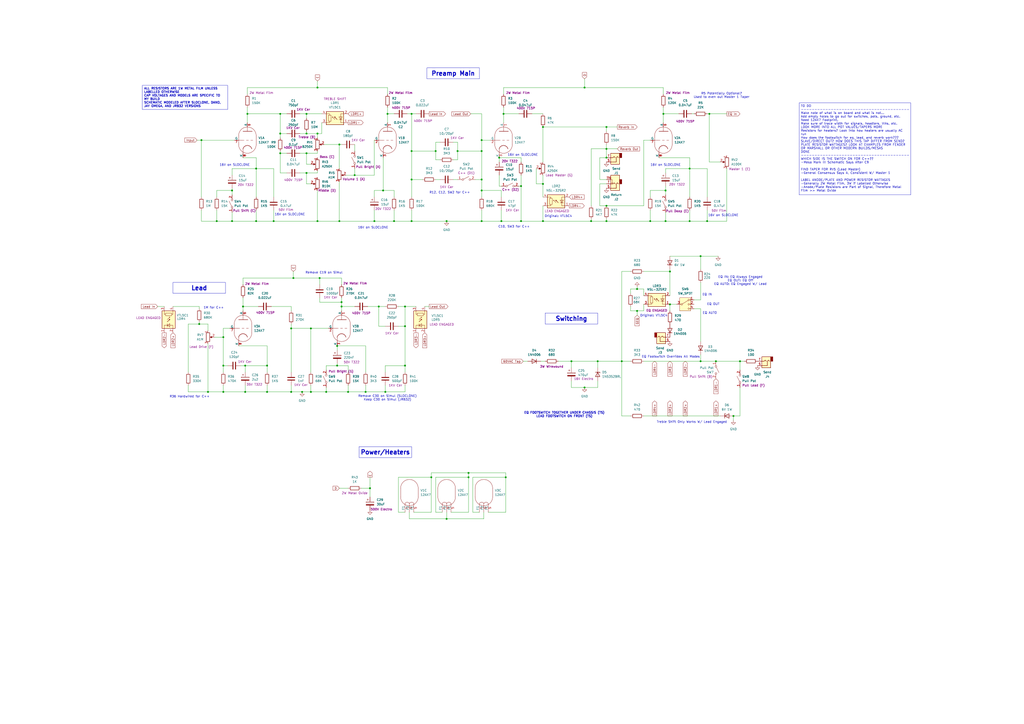
<source format=kicad_sch>
(kicad_sch (version 20250114) (generator "eeschema") (generator_version "9.0")
  (paper "A2")
  (text "Remove C30 on Simul (SLOCLONE)\nKeep C30 on Simul (JRB32)\n" (at 224.79 230.886 0) (effects (font (size 1.27 1.27))))
  (text "EQ OUT" (at 413.766 176.53 0) (effects (font (size 1.27 1.27))))
  (text "16V on SLOCLONE" (at 419.608 124.968 0) (effects (font (size 1.27 1.27))))
  (text "Original: VTL5C4\n" (at 379.222 183.134 0) (effects (font (size 1.27 1.27))))
  (text "EQ AUTO" (at 411.734 181.61 0) (effects (font (size 1.27 1.27))))
  (text "EQ IN: EQ Always Engaged\nEQ OUT: EQ Off\nEQ AUTO: EQ Engaged W/ Lead" (at 429.514 162.814 0) (effects (font (size 1.27 1.27))))
  (text "EQ IN" (at 410.21 170.942 0) (effects (font (size 1.27 1.27))))
  (text "Treble Shift Only Works W/ Lead Engaged" (at 401.32 244.856 0) (effects (font (size 1.27 1.27))))
  (text "Original: VTL5C4\n" (at 323.85 125.476 0) (effects (font (size 1.27 1.27))))
  (text "16V on SLOCLONE" (at 216.408 132.08 0) (effects (font (size 1.27 1.27))))
  (text "EQ FOOTSWITCH TOGETHER UNDER CHASSIS (TS)\nLEAD FOOTSWITCH ON FRONT (TS)" (at 327.406 240.538 0) (effects (font (size 1.27 1.27) (thickness 0.254) (bold yes))))
  (text "R36 Hardwired for C++" (at 109.982 230.124 0) (effects (font (size 1.27 1.27))))
  (text "Remove C19 on Simul" (at 187.96 158.242 0) (effects (font (size 1.27 1.27))))
  (text "1M for C++" (at 123.952 178.562 0) (effects (font (size 1.27 1.27))))
  (text "16V on SLOCLONE" (at 386.08 95.758 0) (effects (font (size 1.27 1.27))))
  (text "16V on SLOCLONE" (at 303.276 89.916 0) (effects (font (size 1.27 1.27))))
  (text "16V on SLOCLONE" (at 136.144 95.758 0) (effects (font (size 1.27 1.27))))
  (text "16V on SLOCLONE" (at 168.148 124.46 0) (effects (font (size 1.27 1.27))))
  (text "R5 Potentially Optional?\nUsed to even out Master 1 Taper" (at 418.592 55.372 0) (effects (font (size 1.27 1.27))))
  (text "C10, SW3 for C++" (at 298.196 131.572 0) (effects (font (size 1.27 1.27))))
  (text "R12, C12, SW2 for C++" (at 260.858 111.76 0) (effects (font (size 1.27 1.27))))
  (text "EQ Footswitch Overrides All Modes" (at 389.128 207.01 0) (effects (font (size 1.27 1.27))))
  (text_box "Power/Heaters\n" (at 208.28 259.08 0) (size 30.48 6.35) (margins 0.9525 0.9525 0.9525 0.9525) (effects (font (size 2.54 2.54) (thickness 0.508) (bold yes))))
  (text_box "Preamp Main\n" (at 247.65 39.37 0) (size 30.48 6.35) (margins 0.9525 0.9525 0.9525 0.9525) (effects (font (size 2.54 2.54) (thickness 0.508) (bold yes))))
  (text_box "Switching" (at 316.23 181.61 0) (size 30.48 6.35) (margins 0.9525 0.9525 0.9525 0.9525) (effects (font (size 2.54 2.54) (thickness 0.508) (bold yes))))
  (text_box "Lead" (at 100.33 163.83 0) (size 30.48 6.35) (margins 0.9525 0.9525 0.9525 0.9525) (effects (font (size 2.54 2.54) (thickness 0.508) (bold yes))))
  (text_box "ALL RESISTORS ARE 1W METAL FILM UNLESS LABELLED OTHERWISE\nCAP VOLTAGES AND MODELS ARE SPECIFIC TO MY BUILD\nSCHEMATIC MODELED AFTER SLOCLONE, DANO, JAY OMEGA, AND JRB32 VERSIONS" (at 82.55 49.53 0) (size 49.53 13.97) (margins 0.9525 0.9525 0.9525 0.9525) (effects (font (size 1.27 1.27) (thickness 0.254) (bold yes)) (justify left top)))
  (text_box "TO DO\n----------------------------------------\nMake note of what is on board and what is not...\nAdd empty holes to go out for switches, pots, ground, etc.\nNeed 12AX7 Footprint.\nMake sure of trace width for signals, headters, VIAs, etc.\nLOOK MORE INTO ALL POT VALUES/TAPERS MORE\nResistors for heaters? Look into how heaters are usually AC run\nHow does the footswitch for eq, lead, and reverb work???\nSLAVE/DIRECT OUT? HOW DOES THIS TAP DIFFER FROM SEND?\nPLATE RESISTOR WATTAGES? LOOK AT EXAMPLES FROM FENDER OR MARSHALL OR OTHER MODERN BUILDS/MESAS\nDONE\n----------------------------------------\nWHICH SIDE IS THE SWITCH ON FOR C++??\n-Mesa Mark III Schematic Says After C9\n\nFIND TAPER FOR RV5 (Lead Master)\n-General Consensus Says A, Consistent W/ Master 1\n\nLABEL ANODE/PLATE AND POWER RESISTOR WATTAGES\n-Generally 2W Metal Film, 3W if Labelled Otherwise\n-Anode/Plate Resistors are Part of Signal, Therefore Metal Film >> Metal Oxide" (at 463.55 59.69 0) (size 64.77 53.34) (margins 0.9525 0.9525 0.9525 0.9525) (effects (font (size 1.27 1.27)) (justify left top)))
  (junction (at 351.79 86.36))
  (junction (at 219.71 177.8))
  (junction (at 429.26 209.55))
  (junction (at 238.76 87.63))
  (junction (at 158.75 128.27))
  (junction (at 198.12 177.8))
  (junction (at 386.08 110.49))
  (junction (at 377.19 128.27))
  (junction (at 201.93 227.33))
  (junction (at 198.12 175.26))
  (junction (at 339.09 224.79))
  (junction (at 351.79 91.44))
  (junction (at 415.29 209.55))
  (junction (at 134.62 128.27))
  (junction (at 425.45 241.3))
  (junction (at 351.79 128.27))
  (junction (at 293.37 276.86))
  (junction (at 234.95 212.09))
  (junction (at 259.08 128.27))
  (junction (at 400.05 128.27))
  (junction (at 271.78 274.32))
  (junction (at 223.52 227.33))
  (junction (at 177.8 100.33))
  (junction (at 170.18 161.29))
  (junction (at 180.34 227.33))
  (junction (at 360.68 209.55))
  (junction (at 314.96 106.68))
  (junction (at 222.25 110.49))
  (junction (at 168.91 190.5))
  (junction (at 177.8 77.47))
  (junction (at 238.76 66.04))
  (junction (at 142.24 227.33))
  (junction (at 279.4 81.28))
  (junction (at 351.79 119.38))
  (junction (at 154.94 212.09))
  (junction (at 369.57 180.34))
  (junction (at 400.05 97.79))
  (junction (at 175.26 227.33))
  (junction (at 125.73 128.27))
  (junction (at 406.4 148.59))
  (junction (at 314.96 73.66))
  (junction (at 142.24 212.09))
  (junction (at 314.96 128.27))
  (junction (at 148.59 97.79))
  (junction (at 224.79 66.04))
  (junction (at 148.59 128.27))
  (junction (at 154.94 227.33))
  (junction (at 406.4 209.55))
  (junction (at 388.62 176.53))
  (junction (at 410.21 128.27))
  (junction (at 134.62 110.49))
  (junction (at 214.63 283.21))
  (junction (at 279.4 87.63))
  (junction (at 346.71 209.55))
  (junction (at 302.26 107.95))
  (junction (at 302.26 128.27))
  (junction (at 196.85 83.82))
  (junction (at 189.23 227.33))
  (junction (at 184.15 128.27))
  (junction (at 234.95 177.8))
  (junction (at 351.79 73.66))
  (junction (at 162.56 77.47))
  (junction (at 369.57 167.64))
  (junction (at 386.08 128.27))
  (junction (at 205.74 101.6))
  (junction (at 212.09 227.33))
  (junction (at 184.15 77.47))
  (junction (at 185.42 161.29))
  (junction (at 120.65 227.33))
  (junction (at 388.62 157.48))
  (junction (at 331.47 209.55))
  (junction (at 195.58 200.66))
  (junction (at 217.17 128.27))
  (junction (at 238.76 104.14))
  (junction (at 384.81 66.04))
  (junction (at 271.78 276.86))
  (junction (at 279.4 128.27))
  (junction (at 292.1 66.04))
  (junction (at 250.19 276.86))
  (junction (at 129.54 195.58))
  (junction (at 279.4 104.14))
  (junction (at 196.85 128.27))
  (junction (at 162.56 66.04))
  (junction (at 162.56 88.9))
  (junction (at 184.15 50.8))
  (junction (at 411.48 66.04))
  (junction (at 339.09 50.8))
  (junction (at 177.8 66.04))
  (junction (at 140.97 177.8))
  (junction (at 177.8 88.9))
  (junction (at 279.4 110.49))
  (junction (at 180.34 190.5))
  (junction (at 115.57 187.96))
  (junction (at 116.84 81.28))
  (junction (at 234.95 189.23))
  (junction (at 252.73 87.63))
  (junction (at 228.6 128.27))
  (junction (at 265.43 87.63))
  (junction (at 289.56 91.44))
  (junction (at 129.54 212.09))
  (junction (at 238.76 128.27))
  (junction (at 290.83 128.27))
  (junction (at 143.51 66.04))
  (junction (at 342.9 128.27))
  (junction (at 195.58 212.09))
  (junction (at 259.08 300.99))
  (junction (at 129.54 227.33))
  (junction (at 168.91 227.33))
  (wire (pts (xy 148.59 97.79) (xy 148.59 114.3)))
  (wire (pts (xy 347.98 106.68) (xy 347.98 119.38)))
  (wire (pts (xy 274.32 276.86) (xy 293.37 276.86)))
  (wire (pts (xy 134.62 110.49) (xy 134.62 113.03)))
  (wire (pts (xy 279.4 128.27) (xy 290.83 128.27)))
  (wire (pts (xy 214.63 276.86) (xy 214.63 283.21)))
  (wire (pts (xy 109.22 187.96) (xy 115.57 187.96)))
  (wire (pts (xy 228.6 121.92) (xy 228.6 128.27)))
  (wire (pts (xy 274.32 297.18) (xy 278.13 297.18)))
  (wire (pts (xy 134.62 109.22) (xy 134.62 110.49)))
  (wire (pts (xy 115.57 177.8) (xy 115.57 179.07)))
  (wire (pts (xy 177.8 77.47) (xy 173.99 77.47)))
  (wire (pts (xy 170.18 161.29) (xy 185.42 161.29)))
  (wire (pts (xy 351.79 86.36) (xy 342.9 86.36)))
  (wire (pts (xy 158.75 128.27) (xy 184.15 128.27)))
  (wire (pts (xy 331.47 213.36) (xy 331.47 209.55)))
  (wire (pts (xy 189.23 214.63) (xy 189.23 212.09)))
  (wire (pts (xy 205.74 101.6) (xy 205.74 97.79)))
  (wire (pts (xy 314.96 128.27) (xy 342.9 128.27)))
  (wire (pts (xy 140.97 172.72) (xy 140.97 177.8)))
  (wire (pts (xy 256.54 297.18) (xy 252.73 297.18)))
  (wire (pts (xy 306.07 209.55) (xy 303.53 209.55)))
  (wire (pts (xy 177.8 100.33) (xy 184.15 100.33)))
  (wire (pts (xy 384.81 50.8) (xy 384.81 54.61)))
  (wire (pts (xy 259.08 300.99) (xy 259.08 297.18)))
  (wire (pts (xy 198.12 175.26) (xy 198.12 177.8)))
  (wire (pts (xy 347.98 104.14) (xy 351.79 104.14)))
  (wire (pts (xy 302.26 107.95) (xy 302.26 128.27)))
  (wire (pts (xy 184.15 100.33) (xy 184.15 99.06)))
  (wire (pts (xy 402.59 66.04) (xy 401.32 66.04)))
  (wire (pts (xy 238.76 104.14) (xy 245.11 104.14)))
  (wire (pts (xy 365.76 157.48) (xy 360.68 157.48)))
  (wire (pts (xy 142.24 223.52) (xy 142.24 227.33)))
  (wire (pts (xy 388.62 148.59) (xy 406.4 148.59)))
  (wire (pts (xy 219.71 189.23) (xy 223.52 189.23)))
  (wire (pts (xy 292.1 54.61) (xy 292.1 50.8)))
  (wire (pts (xy 377.19 114.3) (xy 377.19 110.49)))
  (wire (pts (xy 411.48 66.04) (xy 421.64 66.04)))
  (wire (pts (xy 411.48 66.04) (xy 411.48 93.98)))
  (wire (pts (xy 224.79 50.8) (xy 224.79 54.61)))
  (wire (pts (xy 234.95 177.8) (xy 241.3 177.8)))
  (wire (pts (xy 177.8 66.04) (xy 186.69 66.04)))
  (wire (pts (xy 231.14 276.86) (xy 231.14 297.18)))
  (wire (pts (xy 142.24 227.33) (xy 154.94 227.33)))
  (wire (pts (xy 224.79 62.23) (xy 224.79 66.04)))
  (wire (pts (xy 142.24 212.09) (xy 142.24 215.9)))
  (wire (pts (xy 400.05 121.92) (xy 400.05 128.27)))
  (wire (pts (xy 373.38 81.28) (xy 377.19 81.28)))
  (wire (pts (xy 386.08 97.79) (xy 400.05 97.79)))
  (wire (pts (xy 314.96 73.66) (xy 314.96 93.98)))
  (wire (pts (xy 196.85 83.82) (xy 196.85 97.79)))
  (wire (pts (xy 369.57 166.37) (xy 369.57 167.64)))
  (wire (pts (xy 162.56 77.47) (xy 166.37 77.47)))
  (wire (pts (xy 158.75 128.27) (xy 158.75 121.92)))
  (wire (pts (xy 91.44 177.8) (xy 95.25 177.8)))
  (wire (pts (xy 129.54 212.09) (xy 132.08 212.09)))
  (wire (pts (xy 223.52 223.52) (xy 223.52 227.33)))
  (wire (pts (xy 129.54 227.33) (xy 142.24 227.33)))
  (wire (pts (xy 138.43 200.66) (xy 154.94 200.66)))
  (wire (pts (xy 377.19 110.49) (xy 386.08 110.49)))
  (wire (pts (xy 302.26 91.44) (xy 289.56 91.44)))
  (wire (pts (xy 302.26 93.98) (xy 302.26 91.44)))
  (wire (pts (xy 185.42 161.29) (xy 198.12 161.29)))
  (wire (pts (xy 279.4 121.92) (xy 279.4 128.27)))
  (wire (pts (xy 290.83 110.49) (xy 290.83 114.3)))
  (wire (pts (xy 234.95 212.09) (xy 234.95 215.9)))
  (wire (pts (xy 400.05 97.79) (xy 400.05 114.3)))
  (wire (pts (xy 388.62 176.53) (xy 388.62 180.34)))
  (wire (pts (xy 346.71 224.79) (xy 346.71 220.98)))
  (wire (pts (xy 173.99 88.9) (xy 177.8 88.9)))
  (wire (pts (xy 237.49 297.18) (xy 237.49 300.99)))
  (wire (pts (xy 373.38 241.3) (xy 417.83 241.3)))
  (wire (pts (xy 360.68 157.48) (xy 360.68 209.55)))
  (wire (pts (xy 252.73 82.55) (xy 252.73 87.63)))
  (wire (pts (xy 184.15 50.8) (xy 224.79 50.8)))
  (wire (pts (xy 238.76 128.27) (xy 259.08 128.27)))
  (wire (pts (xy 290.83 128.27) (xy 290.83 121.92)))
  (wire (pts (xy 351.79 91.44) (xy 347.98 91.44)))
  (wire (pts (xy 180.34 227.33) (xy 189.23 227.33)))
  (wire (pts (xy 170.18 157.48) (xy 170.18 161.29)))
  (wire (pts (xy 339.09 224.79) (xy 346.71 224.79)))
  (wire (pts (xy 234.95 177.8) (xy 234.95 189.23)))
  (wire (pts (xy 386.08 128.27) (xy 377.19 128.27)))
  (wire (pts (xy 177.8 76.2) (xy 177.8 77.47)))
  (wire (pts (xy 369.57 180.34) (xy 369.57 182.88)))
  (wire (pts (xy 429.26 241.3) (xy 425.45 241.3)))
  (wire (pts (xy 373.38 157.48) (xy 388.62 157.48)))
  (wire (pts (xy 129.54 195.58) (xy 129.54 190.5)))
  (wire (pts (xy 223.52 215.9) (xy 223.52 212.09)))
  (wire (pts (xy 213.36 177.8) (xy 219.71 177.8)))
  (wire (pts (xy 369.57 180.34) (xy 365.76 180.34)))
  (wire (pts (xy 200.66 101.6) (xy 205.74 101.6)))
  (wire (pts (xy 339.09 45.72) (xy 339.09 50.8)))
  (wire (pts (xy 129.54 223.52) (xy 129.54 227.33)))
  (wire (pts (xy 417.83 93.98) (xy 411.48 93.98)))
  (wire (pts (xy 425.45 243.84) (xy 425.45 241.3)))
  (wire (pts (xy 265.43 87.63) (xy 265.43 92.71)))
  (wire (pts (xy 100.33 177.8) (xy 115.57 177.8)))
  (wire (pts (xy 289.56 91.44) (xy 289.56 93.98)))
  (wire (pts (xy 388.62 156.21) (xy 388.62 157.48)))
  (wire (pts (xy 429.26 224.79) (xy 429.26 241.3)))
  (wire (pts (xy 346.71 213.36) (xy 346.71 209.55)))
  (wire (pts (xy 120.65 227.33) (xy 129.54 227.33)))
  (wire (pts (xy 240.03 297.18) (xy 250.19 297.18)))
  (wire (pts (xy 416.56 148.59) (xy 406.4 148.59)))
  (wire (pts (xy 410.21 121.92) (xy 410.21 128.27)))
  (wire (pts (xy 271.78 274.32) (xy 271.78 276.86)))
  (wire (pts (xy 373.38 81.28) (xy 373.38 119.38)))
  (wire (pts (xy 175.26 227.33) (xy 168.91 227.33)))
  (wire (pts (xy 189.23 227.33) (xy 201.93 227.33)))
  (wire (pts (xy 406.4 163.83) (xy 406.4 173.99)))
  (wire (pts (xy 114.3 81.28) (xy 116.84 81.28)))
  (wire (pts (xy 115.57 187.96) (xy 115.57 186.69)))
  (wire (pts (xy 180.34 223.52) (xy 180.34 227.33)))
  (wire (pts (xy 273.05 66.04) (xy 279.4 66.04)))
  (wire (pts (xy 180.34 227.33) (xy 175.26 227.33)))
  (wire (pts (xy 177.8 95.25) (xy 180.34 95.25)))
  (wire (pts (xy 223.52 212.09) (xy 234.95 212.09)))
  (wire (pts (xy 279.4 110.49) (xy 290.83 110.49)))
  (wire (pts (xy 162.56 77.47) (xy 162.56 80.01)))
  (wire (pts (xy 377.19 121.92) (xy 377.19 128.27)))
  (wire (pts (xy 198.12 172.72) (xy 198.12 175.26)))
  (wire (pts (xy 231.14 189.23) (xy 234.95 189.23)))
  (wire (pts (xy 120.65 187.96) (xy 120.65 191.77)))
  (wire (pts (xy 177.8 106.68) (xy 180.34 106.68)))
  (wire (pts (xy 410.21 97.79) (xy 410.21 114.3)))
  (wire (pts (xy 400.05 128.27) (xy 410.21 128.27)))
  (wire (pts (xy 279.4 104.14) (xy 279.4 110.49)))
  (wire (pts (xy 360.68 209.55) (xy 360.68 241.3)))
  (wire (pts (xy 386.08 123.19) (xy 386.08 128.27)))
  (wire (pts (xy 406.4 179.07) (xy 406.4 198.12)))
  (wire (pts (xy 234.95 223.52) (xy 234.95 227.33)))
  (wire (pts (xy 180.34 190.5) (xy 180.34 215.9)))
  (wire (pts (xy 219.71 177.8) (xy 223.52 177.8)))
  (wire (pts (xy 143.51 54.61) (xy 143.51 50.8)))
  (wire (pts (xy 351.79 83.82) (xy 351.79 86.36)))
  (wire (pts (xy 360.68 209.55) (xy 365.76 209.55)))
  (wire (pts (xy 308.61 66.04) (xy 314.96 66.04)))
  (wire (pts (xy 365.76 177.8) (xy 365.76 180.34)))
  (wire (pts (xy 289.56 101.6) (xy 289.56 107.95)))
  (wire (pts (xy 275.59 104.14) (xy 279.4 104.14)))
  (wire (pts (xy 238.76 87.63) (xy 238.76 104.14)))
  (wire (pts (xy 189.23 227.33) (xy 189.23 224.79)))
  (wire (pts (xy 168.91 223.52) (xy 168.91 227.33)))
  (wire (pts (xy 351.79 119.38) (xy 373.38 119.38)))
  (wire (pts (xy 346.71 209.55) (xy 360.68 209.55)))
  (wire (pts (xy 201.93 212.09) (xy 201.93 215.9)))
  (wire (pts (xy 134.62 123.19) (xy 134.62 128.27)))
  (wire (pts (xy 373.38 176.53) (xy 373.38 180.34)))
  (wire (pts (xy 373.38 180.34) (xy 369.57 180.34)))
  (wire (pts (xy 162.56 88.9) (xy 162.56 100.33)))
  (wire (pts (xy 177.8 88.9) (xy 184.15 88.9)))
  (wire (pts (xy 347.98 91.44) (xy 347.98 104.14)))
  (wire (pts (xy 134.62 97.79) (xy 134.62 101.6)))
  (wire (pts (xy 314.96 106.68) (xy 314.96 114.3)))
  (wire (pts (xy 252.73 297.18) (xy 252.73 276.86)))
  (wire (pts (xy 252.73 92.71) (xy 255.27 92.71)))
  (wire (pts (xy 331.47 209.55) (xy 346.71 209.55)))
  (wire (pts (xy 217.17 101.6) (xy 217.17 81.28)))
  (wire (pts (xy 125.73 121.92) (xy 125.73 128.27)))
  (wire (pts (xy 406.4 173.99) (xy 402.59 173.99)))
  (wire (pts (xy 120.65 199.39) (xy 120.65 227.33)))
  (wire (pts (xy 154.94 212.09) (xy 154.94 215.9)))
  (wire (pts (xy 185.42 172.72) (xy 185.42 175.26)))
  (wire (pts (xy 237.49 300.99) (xy 259.08 300.99)))
  (wire (pts (xy 148.59 121.92) (xy 148.59 128.27)))
  (wire (pts (xy 373.38 167.64) (xy 369.57 167.64)))
  (wire (pts (xy 205.74 101.6) (xy 217.17 101.6)))
  (wire (pts (xy 369.57 167.64) (xy 365.76 167.64)))
  (wire (pts (xy 154.94 200.66) (xy 154.94 212.09)))
  (wire (pts (xy 212.09 227.33) (xy 201.93 227.33)))
  (wire (pts (xy 124.46 195.58) (xy 129.54 195.58)))
  (wire (pts (xy 274.32 297.18) (xy 274.32 276.86)))
  (wire (pts (xy 116.84 121.92) (xy 116.84 128.27)))
  (wire (pts (xy 168.91 187.96) (xy 168.91 190.5)))
  (wire (pts (xy 429.26 209.55) (xy 429.26 214.63)))
  (wire (pts (xy 292.1 66.04) (xy 292.1 71.12)))
  (wire (pts (xy 265.43 92.71) (xy 262.89 92.71)))
  (wire (pts (xy 360.68 241.3) (xy 365.76 241.3)))
  (wire (pts (xy 314.96 128.27) (xy 302.26 128.27)))
  (wire (pts (xy 234.95 189.23) (xy 234.95 212.09)))
  (wire (pts (xy 265.43 82.55) (xy 265.43 87.63)))
  (wire (pts (xy 217.17 121.92) (xy 217.17 128.27)))
  (wire (pts (xy 142.24 212.09) (xy 154.94 212.09)))
  (wire (pts (xy 377.19 128.27) (xy 351.79 128.27)))
  (wire (pts (xy 173.99 100.33) (xy 177.8 100.33)))
  (wire (pts (xy 116.84 128.27) (xy 125.73 128.27)))
  (wire (pts (xy 373.38 167.64) (xy 373.38 171.45)))
  (wire (pts (xy 271.78 276.86) (xy 271.78 297.18)))
  (wire (pts (xy 134.62 110.49) (xy 125.73 110.49)))
  (wire (pts (xy 252.73 87.63) (xy 252.73 92.71)))
  (wire (pts (xy 180.34 190.5) (xy 190.5 190.5)))
  (wire (pts (xy 271.78 274.32) (xy 293.37 274.32)))
  (wire (pts (xy 212.09 200.66) (xy 212.09 215.9)))
  (wire (pts (xy 431.8 209.55) (xy 429.26 209.55)))
  (wire (pts (xy 347.98 119.38) (xy 351.79 119.38)))
  (wire (pts (xy 234.95 227.33) (xy 223.52 227.33)))
  (wire (pts (xy 184.15 110.49) (xy 184.15 128.27)))
  (wire (pts (xy 255.27 82.55) (xy 252.73 82.55)))
  (wire (pts (xy 168.91 190.5) (xy 180.34 190.5)))
  (wire (pts (xy 166.37 66.04) (xy 162.56 66.04)))
  (wire (pts (xy 189.23 212.09) (xy 195.58 212.09)))
  (wire (pts (xy 373.38 209.55) (xy 406.4 209.55)))
  (wire (pts (xy 222.25 110.49) (xy 228.6 110.49)))
  (wire (pts (xy 311.15 97.79) (xy 311.15 106.68)))
  (wire (pts (xy 388.62 157.48) (xy 388.62 171.45)))
  (wire (pts (xy 148.59 97.79) (xy 158.75 97.79)))
  (wire (pts (xy 406.4 156.21) (xy 406.4 148.59)))
  (wire (pts (xy 228.6 128.27) (xy 238.76 128.27)))
  (wire (pts (xy 223.52 227.33) (xy 212.09 227.33)))
  (wire (pts (xy 241.3 66.04) (xy 238.76 66.04)))
  (wire (pts (xy 384.81 66.04) (xy 393.7 66.04)))
  (wire (pts (xy 129.54 212.09) (xy 129.54 215.9)))
  (wire (pts (xy 302.26 101.6) (xy 302.26 107.95)))
  (wire (pts (xy 162.56 66.04) (xy 162.56 77.47)))
  (wire (pts (xy 300.99 107.95) (xy 302.26 107.95)))
  (wire (pts (xy 250.19 276.86) (xy 250.19 274.32)))
  (wire (pts (xy 196.85 283.21) (xy 201.93 283.21)))
  (wire (pts (xy 196.85 105.41) (xy 196.85 128.27)))
  (wire (pts (xy 129.54 190.5) (xy 133.35 190.5)))
  (wire (pts (xy 134.62 128.27) (xy 148.59 128.27)))
  (wire (pts (xy 250.19 276.86) (xy 231.14 276.86)))
  (wire (pts (xy 185.42 161.29) (xy 185.42 165.1)))
  (wire (pts (xy 384.81 66.04) (xy 384.81 71.12)))
  (wire (pts (xy 109.22 223.52) (xy 109.22 227.33)))
  (wire (pts (xy 125.73 110.49) (xy 125.73 114.3)))
  (wire (pts (xy 342.9 128.27) (xy 351.79 128.27)))
  (wire (pts (xy 148.59 128.27) (xy 158.75 128.27)))
  (wire (pts (xy 406.4 209.55) (xy 415.29 209.55)))
  (wire (pts (xy 201.93 227.33) (xy 201.93 223.52)))
  (wire (pts (xy 392.43 176.53) (xy 388.62 176.53)))
  (wire (pts (xy 386.08 100.33) (xy 386.08 97.79)))
  (wire (pts (xy 279.4 81.28) (xy 284.48 81.28)))
  (wire (pts (xy 109.22 215.9) (xy 109.22 187.96)))
  (wire (pts (xy 224.79 66.04) (xy 228.6 66.04)))
  (wire (pts (xy 280.67 297.18) (xy 280.67 300.99)))
  (wire (pts (xy 314.96 119.38) (xy 314.96 128.27)))
  (wire (pts (xy 410.21 128.27) (xy 421.64 128.27)))
  (wire (pts (xy 115.57 187.96) (xy 120.65 187.96)))
  (wire (pts (xy 198.12 161.29) (xy 198.12 165.1)))
  (wire (pts (xy 168.91 227.33) (xy 154.94 227.33)))
  (wire (pts (xy 116.84 81.28) (xy 116.84 114.3)))
  (wire (pts (xy 224.79 66.04) (xy 224.79 71.12)))
  (wire (pts (xy 236.22 66.04) (xy 238.76 66.04)))
  (wire (pts (xy 331.47 220.98) (xy 331.47 224.79)))
  (wire (pts (xy 255.27 104.14) (xy 252.73 104.14)))
  (wire (pts (xy 140.97 177.8) (xy 140.97 180.34)))
  (wire (pts (xy 292.1 62.23) (xy 292.1 66.04)))
  (wire (pts (xy 162.56 100.33) (xy 166.37 100.33)))
  (wire (pts (xy 173.99 66.04) (xy 177.8 66.04)))
  (wire (pts (xy 351.79 86.36) (xy 358.14 86.36)))
  (wire (pts (xy 351.79 86.36) (xy 351.79 91.44)))
  (wire (pts (xy 177.8 77.47) (xy 184.15 77.47)))
  (wire (pts (xy 271.78 297.18) (xy 261.62 297.18)))
  (wire (pts (xy 198.12 83.82) (xy 196.85 83.82)))
  (wire (pts (xy 238.76 66.04) (xy 238.76 87.63)))
  (wire (pts (xy 421.64 97.79) (xy 421.64 128.27)))
  (wire (pts (xy 351.79 106.68) (xy 347.98 106.68)))
  (wire (pts (xy 342.9 86.36) (xy 342.9 119.38)))
  (wire (pts (xy 415.29 209.55) (xy 429.26 209.55)))
  (wire (pts (xy 217.17 114.3) (xy 217.17 110.49)))
  (wire (pts (xy 116.84 81.28) (xy 135.89 81.28)))
  (wire (pts (xy 259.08 300.99) (xy 280.67 300.99)))
  (wire (pts (xy 148.59 91.44) (xy 148.59 97.79)))
  (wire (pts (xy 195.58 212.09) (xy 201.93 212.09)))
  (wire (pts (xy 195.58 200.66) (xy 212.09 200.66)))
  (wire (pts (xy 238.76 121.92) (xy 238.76 128.27)))
  (wire (pts (xy 222.25 91.44) (xy 222.25 110.49)))
  (wire (pts (xy 311.15 106.68) (xy 314.96 106.68)))
  (wire (pts (xy 316.23 209.55) (xy 313.69 209.55)))
  (wire (pts (xy 198.12 177.8) (xy 198.12 180.34)))
  (wire (pts (xy 292.1 50.8) (xy 339.09 50.8)))
  (wire (pts (xy 168.91 190.5) (xy 168.91 215.9)))
  (wire (pts (xy 283.21 297.18) (xy 293.37 297.18)))
  (wire (pts (xy 143.51 66.04) (xy 143.51 71.12)))
  (wire (pts (xy 134.62 97.79) (xy 148.59 97.79)))
  (wire (pts (xy 293.37 274.32) (xy 293.37 276.86)))
  (wire (pts (xy 139.7 212.09) (xy 142.24 212.09)))
  (wire (pts (xy 168.91 177.8) (xy 157.48 177.8)))
  (wire (pts (xy 140.97 161.29) (xy 140.97 165.1)))
  (wire (pts (xy 402.59 179.07) (xy 406.4 179.07)))
  (wire (pts (xy 209.55 283.21) (xy 214.63 283.21)))
  (wire (pts (xy 140.97 161.29) (xy 170.18 161.29)))
  (wire (pts (xy 252.73 276.86) (xy 271.78 276.86)))
  (wire (pts (xy 228.6 110.49) (xy 228.6 114.3)))
  (wire (pts (xy 186.69 77.47) (xy 186.69 71.12)))
  (wire (pts (xy 279.4 110.49) (xy 279.4 114.3)))
  (wire (pts (xy 184.15 77.47) (xy 186.69 77.47)))
  (wire (pts (xy 400.05 91.44) (xy 400.05 97.79)))
  (wire (pts (xy 184.15 128.27) (xy 196.85 128.27)))
  (wire (pts (xy 195.58 200.66) (xy 195.58 203.2)))
  (wire (pts (xy 205.74 83.82) (xy 205.74 87.63)))
  (wire (pts (xy 154.94 227.33) (xy 154.94 223.52)))
  (wire (pts (xy 331.47 224.79) (xy 339.09 224.79)))
  (wire (pts (xy 323.85 209.55) (xy 331.47 209.55)))
  (wire (pts (xy 187.96 83.82) (xy 196.85 83.82)))
  (wire (pts (xy 386.08 128.27) (xy 400.05 128.27)))
  (wire (pts (xy 351.79 73.66) (xy 314.96 73.66)))
  (wire (pts (xy 177.8 88.9) (xy 177.8 95.25)))
  (wire (pts (xy 289.56 107.95) (xy 290.83 107.95)))
  (wire (pts (xy 262.89 82.55) (xy 265.43 82.55)))
  (wire (pts (xy 290.83 128.27) (xy 302.26 128.27)))
  (wire (pts (xy 143.51 66.04) (xy 162.56 66.04)))
  (wire (pts (xy 168.91 180.34) (xy 168.91 177.8)))
  (wire (pts (xy 265.43 104.14) (xy 262.89 104.14)))
  (wire (pts (xy 231.14 297.18) (xy 234.95 297.18)))
  (wire (pts (xy 279.4 87.63) (xy 265.43 87.63)))
  (wire (pts (xy 351.79 127) (xy 351.79 128.27)))
  (wire (pts (xy 109.22 227.33) (xy 120.65 227.33)))
  (wire (pts (xy 177.8 66.04) (xy 177.8 68.58)))
  (wire (pts (xy 351.79 76.2) (xy 351.79 73.66)))
  (wire (pts (xy 238.76 104.14) (xy 238.76 114.3)))
  (wire (pts (xy 411.48 66.04) (xy 410.21 66.04)))
  (wire (pts (xy 339.09 50.8) (xy 384.81 50.8)))
  (wire (pts (xy 143.51 62.23) (xy 143.51 66.04)))
  (wire (pts (xy 214.63 283.21) (xy 214.63 288.29)))
  (wire (pts (xy 184.15 88.9) (xy 184.15 87.63)))
  (wire (pts (xy 386.08 107.95) (xy 386.08 110.49)))
  (wire (pts (xy 198.12 177.8) (xy 205.74 177.8)))
  (wire (pts (xy 384.81 62.23) (xy 384.81 66.04)))
  (wire (pts (xy 293.37 276.86) (xy 293.37 297.18)))
  (wire (pts (xy 217.17 128.27) (xy 228.6 128.27)))
  (wire (pts (xy 279.4 81.28) (xy 279.4 87.63)))
  (wire (pts (xy 184.15 77.47) (xy 184.15 80.01)))
  (wire (pts (xy 314.96 101.6) (xy 314.96 106.68)))
  (wire (pts (xy 382.27 91.44) (xy 400.05 91.44)))
  (wire (pts (xy 365.76 167.64) (xy 365.76 170.18)))
  (wire (pts (xy 162.56 87.63) (xy 162.56 88.9)))
  (wire (pts (xy 143.51 50.8) (xy 184.15 50.8)))
  (wire (pts (xy 250.19 297.18) (xy 250.19 276.86)))
  (wire (pts (xy 219.71 189.23) (xy 219.71 177.8)))
  (wire (pts (xy 140.97 91.44) (xy 148.59 91.44)))
  (wire (pts (xy 279.4 66.04) (xy 279.4 81.28)))
  (wire (pts (xy 149.86 177.8) (xy 140.97 177.8)))
  (wire (pts (xy 185.42 175.26) (xy 198.12 175.26)))
  (wire (pts (xy 246.38 177.8) (xy 248.92 177.8)))
  (wire (pts (xy 162.56 88.9) (xy 166.37 88.9)))
  (wire (pts (xy 184.15 46.99) (xy 184.15 50.8)))
  (wire (pts (xy 342.9 127) (xy 342.9 128.27)))
  (wire (pts (xy 351.79 73.66) (xy 358.14 73.66)))
  (wire (pts (xy 195.58 212.09) (xy 195.58 210.82)))
  (wire (pts (xy 386.08 110.49) (xy 386.08 113.03)))
  (wire (pts (xy 158.75 97.79) (xy 158.75 114.3)))
  (wire (pts (xy 177.8 100.33) (xy 177.8 106.68)))
  (wire (pts (xy 212.09 223.52) (xy 212.09 227.33)))
  (wire (pts (xy 231.14 177.8) (xy 234.95 177.8)))
  (wire (pts (xy 259.08 128.27) (xy 279.4 128.27)))
  (wire (pts (xy 238.76 87.63) (xy 252.73 87.63)))
  (wire (pts (xy 292.1 66.04) (xy 300.99 66.04)))
  (wire (pts (xy 279.4 87.63) (xy 279.4 104.14)))
  (wire (pts (xy 400.05 97.79) (xy 410.21 97.79)))
  (wire (pts (xy 125.73 128.27) (xy 134.62 128.27)))
  (wire (pts (xy 406.4 205.74) (xy 406.4 209.55)))
  (wire (pts (xy 196.85 128.27) (xy 217.17 128.27)))
  (wire (pts (xy 250.19 274.32) (xy 271.78 274.32)))
  (wire (pts (xy 129.54 195.58) (xy 129.54 212.09)))
  (wire (pts (xy 217.17 110.49) (xy 222.25 110.49)))
  (global_label "LDR3-" (shape output) (at 241.3 193.04 270) (property "Intersheetrefs" "${INTERSHEET_REFS}" (effects (hide yes))))
  (global_label "EQ In" (shape output) (at 421.64 66.04 0) (property "Intersheetrefs" "${INTERSHEET_REFS}" (effects (hide yes))))
  (global_label "LDR1-" (shape output) (at 201.93 71.12 0) (property "Intersheetrefs" "${INTERSHEET_REFS}" (effects (hide yes))))
  (global_label "GEQ" (shape input) (at 369.57 182.88 270) (property "Intersheetrefs" "${INTERSHEET_REFS}" (effects (hide yes))))
  (global_label "LDR1+" (shape output) (at 415.29 241.3 90) (property "Intersheetrefs" "${INTERSHEET_REFS}" (effects (hide yes))))
  (global_label "Lead Out" (shape output) (at 248.92 177.8 0) (property "Intersheetrefs" "${INTERSHEET_REFS}" (effects (hide yes))))
  (global_label "D" (shape input) (at 196.85 283.21 180) (property "Intersheetrefs" "${INTERSHEET_REFS}" (effects (hide yes))))
  (global_label "Lead In" (shape output) (at 248.92 66.04 0) (property "Intersheetrefs" "${INTERSHEET_REFS}" (effects (hide yes))))
  (global_label "Lead In" (shape input) (at 91.44 177.8 180) (property "Intersheetrefs" "${INTERSHEET_REFS}" (effects (hide yes))))
  (global_label "E" (shape input) (at 170.18 157.48 90) (property "Intersheetrefs" "${INTERSHEET_REFS}" (effects (hide yes))))
  (global_label "LDR4+" (shape output) (at 379.73 241.3 90) (property "Intersheetrefs" "${INTERSHEET_REFS}" (effects (hide yes))))
  (global_label "LDR1-" (shape input) (at 415.29 219.71 270) (property "Intersheetrefs" "${INTERSHEET_REFS}" (effects (hide yes))))
  (global_label "LDR3-" (shape input) (at 388.62 209.55 270) (property "Intersheetrefs" "${INTERSHEET_REFS}" (effects (hide yes))))
  (global_label "E" (shape input) (at 184.15 46.99 90) (property "Intersheetrefs" "${INTERSHEET_REFS}" (effects (hide yes))))
  (global_label "LDR3+" (shape input) (at 246.38 193.04 270) (property "Intersheetrefs" "${INTERSHEET_REFS}" (effects (hide yes))))
  (global_label "LDR2-" (shape output) (at 95.25 193.04 270) (property "Intersheetrefs" "${INTERSHEET_REFS}" (effects (hide yes))))
  (global_label "60VAC Tap" (shape input) (at 303.53 209.55 180) (property "Intersheetrefs" "${INTERSHEET_REFS}" (effects (hide yes))))
  (global_label "E" (shape output) (at 214.63 276.86 90) (property "Intersheetrefs" "${INTERSHEET_REFS}" (effects (hide yes))))
  (global_label "LDR2+" (shape input) (at 100.33 193.04 270) (property "Intersheetrefs" "${INTERSHEET_REFS}" (effects (hide yes))))
  (global_label "Reverb Out" (shape input) (at 358.14 86.36 0) (property "Intersheetrefs" "${INTERSHEET_REFS}" (effects (hide yes))))
  (global_label "LDR4-" (shape output) (at 330.2 119.38 0) (property "Intersheetrefs" "${INTERSHEET_REFS}" (effects (hide yes))))
  (global_label "LDR2-" (shape input) (at 397.51 209.55 270) (property "Intersheetrefs" "${INTERSHEET_REFS}" (effects (hide yes))))
  (global_label "LDR3+" (shape output) (at 388.62 241.3 90) (property "Intersheetrefs" "${INTERSHEET_REFS}" (effects (hide yes))))
  (global_label "D" (shape input) (at 339.09 45.72 90) (property "Intersheetrefs" "${INTERSHEET_REFS}" (effects (hide yes))))
  (global_label "LDR4+" (shape input) (at 330.2 114.3 0) (property "Intersheetrefs" "${INTERSHEET_REFS}" (effects (hide yes))))
  (global_label "Lead Out" (shape input) (at 273.05 66.04 180) (property "Intersheetrefs" "${INTERSHEET_REFS}" (effects (hide yes))))
  (global_label "Reverb In" (shape output) (at 358.14 73.66 0) (property "Intersheetrefs" "${INTERSHEET_REFS}" (effects (hide yes))))
  (global_label "LDR4-" (shape input) (at 379.73 209.55 270) (property "Intersheetrefs" "${INTERSHEET_REFS}" (effects (hide yes))))
  (global_label "LDR2+" (shape output) (at 397.51 241.3 90) (property "Intersheetrefs" "${INTERSHEET_REFS}" (effects (hide yes))))
  (global_label "LDR1+" (shape input) (at 201.93 66.04 0) (property "Intersheetrefs" "${INTERSHEET_REFS}" (effects (hide yes))))
  (global_label "Input" (shape input) (at 114.3 81.28 180) (property "Intersheetrefs" "${INTERSHEET_REFS}" (effects (hide yes))))
  (symbol (lib_id "Connector_Audio:AudioJack2") (at 444.5 209.55 180) (unit 1)
    (property "Reference" "J4" (at 445.135 218.44 0))
    (property "Value" "Send" (at 445.135 215.9 0))
    (property "Description" "Audio Jack, 2 Poles (Mono / TS)" (effects (hide yes)))
  )
  (symbol (lib_id "Device:R") (at 234.95 219.71 0) (unit 1)
    (property "Reference" "R41" (at 237.49 218.4399 0) (effects (justify left)))
    (property "Value" "100K" (at 237.49 220.9799 0) (effects (justify left)))
    (property "Description" "Resistor" (effects (hide yes)))
  )
  (symbol (lib_id "Valve:ECC83") (at 259.08 285.75 0) (unit 3)
    (property "Reference" "V2" (at 265.43 284.4799 0) (effects (justify left)))
    (property "Value" "12AX7" (at 265.43 287.0199 0) (effects (justify left)))
    (property "Footprint" "Valve:Valve_Noval_P" (effects (hide yes)))
    (property "Datasheet" "http://www.r-type.org/pdfs/ecc83.pdf" (effects (hide yes)))
    (property "Description" "double triode" (effects (hide yes)))
  )
  (symbol (lib_id "Device:R") (at 248.92 104.14 90) (unit 1)
    (property "Reference" "R12" (at 248.92 97.79 90))
    (property "Value" "3M3" (at 248.92 100.33 90))
    (property "Description" "Resistor" (effects (hide yes)))
  )
  (symbol (lib_id "Isolator:VTL5C") (at 243.84 185.42 90) (unit 1)
    (property "Reference" "LDR5" (at 252.73 185.42 90))
    (property "Value" "VTL5C1" (at 253.746 183.134 90))
    (property "Footprint" "OptoDevice:PerkinElmer_VTL5C" (effects (hide yes)))
    (property "Datasheet" "http://www.qsl.net/wa1ion/vactrol/vactrol.pdf" (effects (hide yes)))
    (property "Description" "Low Cost Axial Vactrols" (effects (hide yes)))
    (property "Notes" "LEAD ENGAGED" (at 256.286 188.214 90))
  )
  (symbol (lib_id "power:GND") (at 214.63 295.91 0) (unit 1)
    (property "Reference" "#PWR011" (effects (hide yes)))
    (property "Value" "GND" (at 214.63 300.99 0))
    (property "Description" "Power symbol creates a global label with name \"GND\" , ground" (effects (hide yes)))
  )
  (symbol (lib_id "Valve:ECC83") (at 140.97 190.5 0) (unit 1)
    (property "Reference" "V3" (at 147.32 189.2299 0) (effects (justify left)))
    (property "Value" "12AX7" (at 147.32 191.7699 0) (effects (justify left)))
    (property "Footprint" "Valve:Valve_Noval_P" (effects (hide yes)))
    (property "Datasheet" "http://www.r-type.org/pdfs/ecc83.pdf" (effects (hide yes)))
    (property "Description" "double triode" (effects (hide yes)))
  )
  (symbol (lib_id "Device:R") (at 180.34 219.71 0) (unit 1)
    (property "Reference" "R38" (at 182.88 218.4399 0) (effects (justify left)))
    (property "Value" "68K" (at 182.88 220.9799 0) (effects (justify left)))
    (property "Description" "Resistor" (effects (hide yes)))
  )
  (symbol (lib_id "Device:R") (at 198.12 168.91 0) (unit 1)
    (property "Reference" "R26" (at 200.66 167.6399 0) (effects (justify left)))
    (property "Value" "270K" (at 200.66 170.1799 0) (effects (justify left)))
    (property "Description" "Resistor" (effects (hide yes)))
    (property "Notes" "2W Metal Film" (at 205.994 164.338 0))
  )
  (symbol (lib_id "Device:D_Zener") (at 346.71 217.17 270) (unit 1)
    (property "Reference" "D5" (at 349.25 215.8999 90) (effects (justify left)))
    (property "Value" "1N5352BRL" (at 349.25 218.4399 90) (effects (justify left)))
    (property "Description" "Zener diode" (effects (hide yes)))
  )
  (symbol (lib_id "Device:R") (at 201.93 219.71 0) (unit 1)
    (property "Reference" "R39" (at 204.47 218.4399 0) (effects (justify left)))
    (property "Value" "15K" (at 204.47 220.9799 0) (effects (justify left)))
    (property "Description" "Resistor" (effects (hide yes)))
  )
  (symbol (lib_id "Device:C_Polarized") (at 331.47 217.17 0) (unit 1)
    (property "Reference" "C25" (at 335.28 215.0109 0) (effects (justify left)))
    (property "Value" "470uF" (at 335.28 217.5509 0) (effects (justify left)))
    (property "Description" "Polarized capacitor" (effects (hide yes)))
    (property "Notes" "16V Electro" (at 338.582 219.71 0))
  )
  (symbol (lib_id "Device:R_Potentiometer") (at 184.15 95.25 0) (mirror y) (unit 1)
    (property "Reference" "RV3" (at 186.69 93.9799 0) (effects (justify right)))
    (property "Value" "A250K" (at 186.69 96.5199 0) (effects (justify right)))
    (property "Description" "Potentiometer" (effects (hide yes)))
    (property "Notes" "Bass (C)" (at 189.738 90.932 0))
  )
  (symbol (lib_id "Device:R") (at 365.76 173.99 180) (unit 1)
    (property "Reference" "R27" (at 369.316 172.974 0))
    (property "Value" "68K" (at 369.316 175.26 0))
    (property "Description" "Resistor" (effects (hide yes)))
  )
  (symbol (lib_id "power:GND") (at 425.45 243.84 0) (unit 1)
    (property "Reference" "#PWR010" (effects (hide yes)))
    (property "Value" "GND" (at 425.45 248.92 0))
    (property "Description" "Power symbol creates a global label with name \"GND\" , ground" (effects (hide yes)))
  )
  (symbol (lib_id "Device:C") (at 397.51 66.04 90) (unit 1)
    (property "Reference" "C5" (at 397.51 58.42 90))
    (property "Value" "0.047uF" (at 397.51 60.96 90))
    (property "Description" "Unpolarized capacitor" (effects (hide yes)))
    (property "Notes" "400V 715P" (at 397.51 70.358 90))
  )
  (symbol (lib_id "Device:C") (at 170.18 77.47 90) (unit 1)
    (property "Reference" "C6" (at 170.18 69.85 90))
    (property "Value" "250pF" (at 170.18 72.39 90))
    (property "Description" "Unpolarized capacitor" (effects (hide yes)))
    (property "Notes" "1KV Cer" (at 169.926 74.168 90))
  )
  (symbol (lib_id "Device:R") (at 129.54 219.71 0) (unit 1)
    (property "Reference" "R36" (at 132.08 218.4399 0) (effects (justify left)))
    (property "Value" "470K" (at 132.08 220.9799 0) (effects (justify left)))
    (property "Description" "Resistor" (effects (hide yes)))
  )
  (symbol (lib_id "Device:R") (at 388.62 184.15 0) (unit 1)
    (property "Reference" "R29" (at 393.192 183.134 0))
    (property "Value" "470" (at 393.192 185.674 0))
    (property "Description" "Resistor" (effects (hide yes)))
  )
  (symbol (lib_id "Device:R_Potentiometer") (at 314.96 97.79 0) (mirror y) (unit 1)
    (property "Reference" "RV4" (at 317.5 96.5199 0) (effects (justify right)))
    (property "Value" "A250K" (at 317.5 99.0599 0) (effects (justify right)))
    (property "Description" "Potentiometer" (effects (hide yes)))
    (property "Notes" "Lead Master (G)" (at 324.358 101.6 0))
  )
  (symbol (lib_id "Device:R") (at 109.22 219.71 0) (unit 1)
    (property "Reference" "R35" (at 111.76 218.4399 0) (effects (justify left)))
    (property "Value" "330K" (at 111.76 220.9799 0) (effects (justify left)))
    (property "Description" "Resistor" (effects (hide yes)))
  )
  (symbol (lib_id "Diode:1N4006") (at 388.62 191.77 270) (mirror x) (unit 1)
    (property "Reference" "D2" (at 394.462 191.262 90))
    (property "Value" "1N4006" (at 394.462 193.548 90))
    (property "Footprint" "Diode_THT:D_DO-41_SOD81_P10.16mm_Horizontal" (effects (hide yes)))
    (property "Datasheet" "http://www.vishay.com/docs/88503/1n4001.pdf" (effects (hide yes)))
    (property "Description" "800V 1A General Purpose Rectifier Diode, DO-41" (effects (hide yes)))
    (property "Sim.Device" "D" (effects (hide yes)))
    (property "Sim.Pins" "1=K 2=A" (effects (hide yes)))
  )
  (symbol (lib_id "Device:R") (at 342.9 123.19 0) (unit 1)
    (property "Reference" "R21" (at 345.44 121.9199 0) (effects (justify left)))
    (property "Value" "4K7" (at 345.44 124.4599 0) (effects (justify left)))
    (property "Description" "Resistor" (effects (hide yes)))
  )
  (symbol (lib_id "Valve:ECC83") (at 384.81 81.28 0) (unit 1)
    (property "Reference" "V2" (at 391.16 80.0099 0) (effects (justify left)))
    (property "Value" "12AX7" (at 391.16 82.5499 0) (effects (justify left)))
    (property "Footprint" "Valve:Valve_Noval_P" (effects (hide yes)))
    (property "Datasheet" "http://www.r-type.org/pdfs/ecc83.pdf" (effects (hide yes)))
    (property "Description" "double triode" (effects (hide yes)))
  )
  (symbol (lib_id "Isolator:VTL5C") (at 194.31 68.58 180) (unit 1)
    (property "Reference" "LDR1" (at 194.31 59.69 0))
    (property "Value" "VTL5C1" (at 194.31 62.23 0))
    (property "Footprint" "OptoDevice:PerkinElmer_VTL5C" (effects (hide yes)))
    (property "Datasheet" "http://www.qsl.net/wa1ion/vactrol/vactrol.pdf" (effects (hide yes)))
    (property "Description" "Low Cost Axial Vactrols" (effects (hide yes)))
    (property "Notes" "TREBLE SHIFT" (at 194.31 57.404 0))
  )
  (symbol (lib_id "Device:C") (at 259.08 104.14 90) (unit 1)
    (property "Reference" "C12" (at 259.08 96.52 90))
    (property "Value" "10/20pF" (at 259.08 99.06 90))
    (property "Description" "Unpolarized capacitor" (effects (hide yes)))
    (property "Notes" "1KV Cer" (at 259.08 108.458 90))
  )
  (symbol (lib_id "Device:C") (at 290.83 118.11 0) (unit 1)
    (property "Reference" "C17" (at 294.64 116.8399 0) (effects (justify left)))
    (property "Value" "47pF" (at 294.64 119.3799 0) (effects (justify left)))
    (property "Description" "Unpolarized capacitor" (effects (hide yes)))
    (property "Notes" "1KV Cer" (at 297.18 121.92 0))
  )
  (symbol (lib_id "Device:C") (at 170.18 88.9 90) (unit 1)
    (property "Reference" "C9" (at 170.18 81.28 90))
    (property "Value" "0.1uF" (at 170.18 83.82 90))
    (property "Description" "Unpolarized capacitor" (effects (hide yes)))
    (property "Notes" "400V 715P" (at 169.926 85.598 90))
  )
  (symbol (lib_id "Device:R") (at 125.73 118.11 0) (unit 1)
    (property "Reference" "R14" (at 128.27 116.8399 0) (effects (justify left)))
    (property "Value" "15K" (at 128.27 119.3799 0) (effects (justify left)))
    (property "Description" "Resistor" (effects (hide yes)))
  )
  (symbol (lib_id "power:GND") (at 351.79 109.22 0) (unit 1)
    (property "Reference" "#PWR02" (effects (hide yes)))
    (property "Value" "GND" (at 351.79 114.3 0))
    (property "Description" "Power symbol creates a global label with name \"GND\" , ground" (effects (hide yes)))
  )
  (symbol (lib_id "Device:R") (at 400.05 118.11 0) (unit 1)
    (property "Reference" "R20" (at 402.59 116.8399 0) (effects (justify left)))
    (property "Value" "1K5" (at 402.59 119.3799 0) (effects (justify left)))
    (property "Description" "Resistor" (effects (hide yes)))
  )
  (symbol (lib_id "Switch:SW_SP3T") (at 397.51 176.53 0) (unit 1)
    (property "Reference" "SW6" (at 397.51 167.64 0))
    (property "Value" "SW_SP3T" (at 397.51 170.18 0))
    (property "Description" "Switch, three position, single pole triple throw, 3 position switch, SP3T" (effects (hide yes)))
  )
  (symbol (lib_id "Device:C") (at 168.91 219.71 0) (unit 1)
    (property "Reference" "C27" (at 172.72 218.4399 0) (effects (justify left)))
    (property "Value" "1nF" (at 172.72 220.9799 0) (effects (justify left)))
    (property "Description" "Unpolarized capacitor" (effects (hide yes)))
    (property "Notes" "1KV Cer" (at 174.498 223.266 0))
  )
  (symbol (lib_id "Device:R") (at 384.81 58.42 0) (unit 1)
    (property "Reference" "R4" (at 387.35 57.1499 0) (effects (justify left)))
    (property "Value" "120K" (at 387.35 59.6899 0) (effects (justify left)))
    (property "Description" "Resistor" (effects (hide yes)))
    (property "Notes" "2W Metal Film" (at 393.192 53.848 0))
  )
  (symbol (lib_id "Device:C") (at 209.55 177.8 90) (unit 1)
    (property "Reference" "C21" (at 209.55 170.18 90))
    (property "Value" "0.047uF" (at 209.55 172.72 90))
    (property "Description" "Unpolarized capacitor" (effects (hide yes)))
    (property "Notes" "400V 715P" (at 209.55 181.61 90))
  )
  (symbol (lib_id "Device:C") (at 185.42 168.91 0) (unit 1)
    (property "Reference" "C19" (at 189.23 167.6399 0) (effects (justify left)))
    (property "Value" "1000pF" (at 189.23 170.1799 0) (effects (justify left)))
    (property "Description" "Unpolarized capacitor" (effects (hide yes)))
    (property "Notes" "1KV Cer" (at 191.77 172.466 0))
  )
  (symbol (lib_id "Valve:ECC83") (at 292.1 81.28 0) (unit 2)
    (property "Reference" "V2" (at 298.45 80.0099 0) (effects (justify left)))
    (property "Value" "12AX7" (at 298.45 82.5499 0) (effects (justify left)))
    (property "Footprint" "Valve:Valve_Noval_P" (effects (hide yes)))
    (property "Datasheet" "http://www.r-type.org/pdfs/ecc83.pdf" (effects (hide yes)))
    (property "Description" "double triode" (effects (hide yes)))
  )
  (symbol (lib_id "Device:C") (at 259.08 82.55 90) (unit 1)
    (property "Reference" "C7" (at 259.08 74.93 90))
    (property "Value" "10/20pF" (at 259.08 77.47 90))
    (property "Description" "Unpolarized capacitor" (effects (hide yes)))
    (property "Notes" "1KV Cer" (at 265.176 80.01 90))
  )
  (symbol (lib_id "Device:C") (at 201.93 83.82 90) (unit 1)
    (property "Reference" "C8" (at 201.93 76.2 90))
    (property "Value" "180pF" (at 201.93 78.74 90))
    (property "Description" "Unpolarized capacitor" (effects (hide yes)))
    (property "Notes" "1KV Cer" (at 207.772 81.28 90))
  )
  (symbol (lib_id "Device:R") (at 369.57 241.3 90) (unit 1)
    (property "Reference" "R42" (at 369.57 234.95 90))
    (property "Value" "470" (at 369.57 237.49 90))
    (property "Description" "Resistor" (effects (hide yes)))
  )
  (symbol (lib_id "Switch:SW_SPST") (at 189.23 219.71 90) (unit 1)
    (property "Reference" "SW9" (at 190.5 218.4399 90) (effects (justify right)))
    (property "Value" "Pull Pot" (at 190.5 220.9799 90) (effects (justify right)))
    (property "Description" "Single Pole Single Throw (SPST) switch" (effects (hide yes)))
    (property "Notes" "Pull Bright (G)" (at 197.866 215.392 90))
  )
  (symbol (lib_id "Valve:ECC83") (at 237.49 285.75 0) (unit 3)
    (property "Reference" "V1" (at 243.84 284.4799 0) (effects (justify left)))
    (property "Value" "12AX7" (at 243.84 287.0199 0) (effects (justify left)))
    (property "Footprint" "Valve:Valve_Noval_P" (effects (hide yes)))
    (property "Datasheet" "http://www.r-type.org/pdfs/ecc83.pdf" (effects (hide yes)))
    (property "Description" "double triode" (effects (hide yes)))
  )
  (symbol (lib_id "Device:C") (at 410.21 118.11 0) (unit 1)
    (property "Reference" "C18" (at 414.02 116.8399 0) (effects (justify left)))
    (property "Value" "0.47uF" (at 414.02 119.3799 0) (effects (justify left)))
    (property "Description" "Unpolarized capacitor" (effects (hide yes)))
    (property "Notes" "50V Film" (at 417.068 122.174 0))
  )
  (symbol (lib_id "Device:R") (at 228.6 118.11 0) (unit 1)
    (property "Reference" "R16" (at 231.14 116.8399 0) (effects (justify left)))
    (property "Value" "1K5" (at 231.14 119.3799 0) (effects (justify left)))
    (property "Description" "Resistor" (effects (hide yes)))
  )
  (symbol (lib_id "Diode:1N4006") (at 309.88 209.55 0) (mirror y) (unit 1)
    (property "Reference" "D4" (at 309.88 203.2 0))
    (property "Value" "1N4006" (at 309.88 205.74 0))
    (property "Footprint" "Diode_THT:D_DO-41_SOD81_P10.16mm_Horizontal" (effects (hide yes)))
    (property "Datasheet" "http://www.vishay.com/docs/88503/1n4001.pdf" (effects (hide yes)))
    (property "Description" "800V 1A General Purpose Rectifier Diode, DO-41" (effects (hide yes)))
    (property "Sim.Device" "D" (effects (hide yes)))
    (property "Sim.Pins" "1=K 2=A" (effects (hide yes)))
  )
  (symbol (lib_id "Isolator:VTL5C") (at 381 173.99 180) (unit 1)
    (property "Reference" "LDR3" (at 381 165.862 0))
    (property "Value" "NSL-32SR2" (at 381 167.894 0))
    (property "Footprint" "OptoDevice:PerkinElmer_VTL5C" (effects (hide yes)))
    (property "Datasheet" "http://www.qsl.net/wa1ion/vactrol/vactrol.pdf" (effects (hide yes)))
    (property "Description" "Low Cost Axial Vactrols" (effects (hide yes)))
    (property "Notes" "EQ ENGAGED" (at 381 180.086 0))
  )
  (symbol (lib_id "Device:R") (at 154.94 219.71 0) (unit 1)
    (property "Reference" "R37" (at 157.48 218.4399 0) (effects (justify left)))
    (property "Value" "1K5" (at 157.48 220.9799 0) (effects (justify left)))
    (property "Description" "Resistor" (effects (hide yes)))
  )
  (symbol (lib_id "Diode:1N4006") (at 406.4 201.93 270) (mirror x) (unit 1)
    (property "Reference" "D3" (at 411.988 201.168 90))
    (property "Value" "1N4006" (at 412.242 203.454 90))
    (property "Footprint" "Diode_THT:D_DO-41_SOD81_P10.16mm_Horizontal" (effects (hide yes)))
    (property "Datasheet" "http://www.vishay.com/docs/88503/1n4001.pdf" (effects (hide yes)))
    (property "Description" "800V 1A General Purpose Rectifier Diode, DO-41" (effects (hide yes)))
    (property "Sim.Device" "D" (effects (hide yes)))
    (property "Sim.Pins" "1=K 2=A" (effects (hide yes)))
  )
  (symbol (lib_id "Switch:SW_SPST") (at 429.26 219.71 90) (unit 1)
    (property "Reference" "SW8" (at 430.53 218.4399 90) (effects (justify right)))
    (property "Value" "Pull Pot" (at 430.53 220.9799 90) (effects (justify right)))
    (property "Description" "Single Pole Single Throw (SPST) switch" (effects (hide yes)))
    (property "Notes" "Pull Lead (F)" (at 437.134 223.52 90))
  )
  (symbol (lib_id "Valve:ECC83") (at 280.67 285.75 0) (unit 3)
    (property "Reference" "V3" (at 287.02 284.4799 0) (effects (justify left)))
    (property "Value" "12AX7" (at 287.02 287.0199 0) (effects (justify left)))
    (property "Footprint" "Valve:Valve_Noval_P" (effects (hide yes)))
    (property "Datasheet" "http://www.r-type.org/pdfs/ecc83.pdf" (effects (hide yes)))
    (property "Description" "double triode" (effects (hide yes)))
  )
  (symbol (lib_id "Device:C") (at 227.33 189.23 90) (unit 1)
    (property "Reference" "C22" (at 227.33 181.61 90))
    (property "Value" "250pF" (at 227.33 184.15 90))
    (property "Description" "Unpolarized capacitor" (effects (hide yes)))
    (property "Notes" "1KV Cer" (at 227.33 193.294 90))
  )
  (symbol (lib_id "Device:R") (at 435.61 209.55 90) (unit 1)
    (property "Reference" "R34" (at 435.61 203.2 90))
    (property "Value" "100" (at 435.61 205.74 90))
    (property "Description" "Resistor" (effects (hide yes)))
  )
  (symbol (lib_id "Device:R") (at 140.97 168.91 0) (unit 1)
    (property "Reference" "R25" (at 143.51 167.6399 0) (effects (justify left)))
    (property "Value" "82K" (at 143.51 170.1799 0) (effects (justify left)))
    (property "Description" "Resistor" (effects (hide yes)))
    (property "Notes" "2W Metal Film" (at 149.098 164.592 0))
  )
  (symbol (lib_id "Device:C_Polarized") (at 142.24 219.71 0) (unit 1)
    (property "Reference" "C26" (at 146.05 217.5509 0) (effects (justify left)))
    (property "Value" "2u2" (at 146.05 220.0909 0) (effects (justify left)))
    (property "Description" "Polarized capacitor" (effects (hide yes)))
    (property "Notes" "35V T322" (at 147.574 223.012 0))
  )
  (symbol (lib_id "Device:R") (at 162.56 83.82 0) (mirror y) (unit 1)
    (property "Reference" "R9" (at 160.02 82.5499 0) (effects (justify left)))
    (property "Value" "100K" (at 160.02 85.0899 0) (effects (justify left)))
    (property "Description" "Resistor" (effects (hide yes)))
  )
  (symbol (lib_id "Device:R") (at 238.76 118.11 0) (unit 1)
    (property "Reference" "R17" (at 241.3 116.8399 0) (effects (justify left)))
    (property "Value" "100K" (at 241.3 119.3799 0) (effects (justify left)))
    (property "Description" "Resistor" (effects (hide yes)))
  )
  (symbol (lib_id "Valve:ECC83") (at 224.79 81.28 0) (unit 2)
    (property "Reference" "V1" (at 231.14 80.0099 0) (effects (justify left)))
    (property "Value" "12AX7" (at 231.14 82.5499 0) (effects (justify left)))
    (property "Footprint" "Valve:Valve_Noval_P" (effects (hide yes)))
    (property "Datasheet" "http://www.r-type.org/pdfs/ecc83.pdf" (effects (hide yes)))
    (property "Description" "double triode" (effects (hide yes)))
  )
  (symbol (lib_id "power:GND") (at 351.79 93.98 0) (unit 1)
    (property "Reference" "#PWR01" (effects (hide yes)))
    (property "Value" "GND" (at 351.79 99.06 0))
    (property "Description" "Power symbol creates a global label with name \"GND\" , ground" (effects (hide yes)))
  )
  (symbol (lib_id "Device:C_Polarized") (at 289.56 97.79 0) (unit 1)
    (property "Reference" "C10" (at 293.37 95.6309 0) (effects (justify left)))
    (property "Value" "15uF" (at 293.37 98.1709 0) (effects (justify left)))
    (property "Description" "Polarized capacitor" (effects (hide yes)))
    (property "Notes" "20V T322" (at 295.656 93.472 0))
  )
  (symbol (lib_id "Device:C") (at 135.89 212.09 90) (unit 1)
    (property "Reference" "C24" (at 135.89 204.47 90))
    (property "Value" "120pF" (at 135.89 207.01 90))
    (property "Description" "Unpolarized capacitor" (effects (hide yes)))
    (property "Notes" "1KV Cer" (at 141.986 209.804 90))
  )
  (symbol (lib_id "Device:C") (at 170.18 100.33 90) (unit 1)
    (property "Reference" "C11" (at 170.18 92.71 90))
    (property "Value" "0.047uF" (at 170.18 95.25 90))
    (property "Description" "Unpolarized capacitor" (effects (hide yes)))
    (property "Notes" "400V 715P" (at 170.18 104.394 90))
  )
  (symbol (lib_id "Device:R_Potentiometer") (at 421.64 93.98 0) (mirror y) (unit 1)
    (property "Reference" "RV2" (at 424.18 92.7099 0) (effects (justify right)))
    (property "Value" "A100K" (at 424.18 95.2499 0) (effects (justify right)))
    (property "Description" "Potentiometer" (effects (hide yes)))
    (property "Notes" "Master 1 (E)" (at 429.006 98.044 0))
  )
  (symbol (lib_id "Switch:SW_SPST") (at 415.29 214.63 270) (unit 1)
    (property "Reference" "SW7" (at 414.02 215.9001 90) (effects (justify right)))
    (property "Value" "Pull Pot" (at 414.02 213.3601 90) (effects (justify right)))
    (property "Description" "Single Pole Single Throw (SPST) switch" (effects (hide yes)))
    (property "Notes" "Pull Shift (B)" (at 406.654 218.44 90))
  )
  (symbol (lib_id "Device:R") (at 377.19 118.11 0) (unit 1)
    (property "Reference" "R19" (at 379.73 116.8399 0) (effects (justify left)))
    (property "Value" "15K" (at 379.73 119.3799 0) (effects (justify left)))
    (property "Description" "Resistor" (effects (hide yes)))
  )
  (symbol (lib_id "Device:R") (at 351.79 80.01 0) (unit 1)
    (property "Reference" "R8" (at 354.33 78.7399 0) (effects (justify left)))
    (property "Value" "150K" (at 354.33 81.2799 0) (effects (justify left)))
    (property "Description" "Resistor" (effects (hide yes)))
  )
  (symbol (lib_id "power:GND") (at 439.42 212.09 0) (unit 1)
    (property "Reference" "#PWR07" (effects (hide yes)))
    (property "Value" "GND" (at 439.42 217.17 0))
    (property "Description" "Power symbol creates a global label with name \"GND\" , ground" (effects (hide yes)))
  )
  (symbol (lib_id "power:GND") (at 339.09 224.79 0) (unit 1)
    (property "Reference" "#PWR08" (effects (hide yes)))
    (property "Value" "GND" (at 339.09 229.87 0))
    (property "Description" "Power symbol creates a global label with name \"GND\" , ground" (effects (hide yes)))
  )
  (symbol (lib_id "Device:C") (at 153.67 177.8 90) (unit 1)
    (property "Reference" "C20" (at 153.67 170.18 90))
    (property "Value" "0.022uF" (at 153.67 172.72 90))
    (property "Description" "Unpolarized capacitor" (effects (hide yes)))
    (property "Notes" "400V 715P" (at 153.924 181.356 90))
  )
  (symbol (lib_id "Device:C") (at 232.41 66.04 90) (mirror x) (unit 1)
    (property "Reference" "C2" (at 232.41 73.66 90))
    (property "Value" "0.047uF" (at 232.41 71.12 90))
    (property "Description" "Unpolarized capacitor" (effects (hide yes)))
    (property "Notes" "400V 715P" (at 232.664 62.484 90))
  )
  (symbol (lib_id "power:GND") (at 175.26 227.33 0) (unit 1)
    (property "Reference" "#PWR09" (effects (hide yes)))
    (property "Value" "GND" (at 175.26 232.41 0))
    (property "Description" "Power symbol creates a global label with name \"GND\" , ground" (effects (hide yes)))
  )
  (symbol (lib_id "Device:R") (at 369.57 209.55 90) (unit 1)
    (property "Reference" "R33" (at 369.57 203.2 90))
    (property "Value" "3K3" (at 369.57 205.74 90))
    (property "Description" "Resistor" (effects (hide yes)))
  )
  (symbol (lib_id "Switch:SW_SPST") (at 270.51 104.14 0) (unit 1)
    (property "Reference" "SW2" (at 270.51 95.25 0))
    (property "Value" "Pull Pot" (at 270.51 97.79 0))
    (property "Description" "Single Pole Single Throw (SPST) switch" (effects (hide yes)))
    (property "Notes" "C++ (D1)" (at 270.51 100.33 0))
  )
  (symbol (lib_id "Device:C") (at 304.8 66.04 90) (unit 1)
    (property "Reference" "C4" (at 304.8 58.42 90))
    (property "Value" "0.047uF" (at 304.8 60.96 90))
    (property "Description" "Unpolarized capacitor" (effects (hide yes)))
    (property "Notes" "400V 715P" (at 305.054 62.738 90))
  )
  (symbol (lib_id "Device:R") (at 227.33 177.8 90) (unit 1)
    (property "Reference" "R28" (at 227.33 171.45 90))
    (property "Value" "220K" (at 227.33 173.99 90))
    (property "Description" "Resistor" (effects (hide yes)))
  )
  (symbol (lib_id "Device:R") (at 320.04 209.55 90) (unit 1)
    (property "Reference" "R32" (at 320.04 203.2 90))
    (property "Value" "680" (at 320.04 205.74 90))
    (property "Description" "Resistor" (effects (hide yes)))
    (property "Notes" "3W Wirewound" (at 320.04 212.598 90))
  )
  (symbol (lib_id "Device:C") (at 158.75 118.11 0) (unit 1)
    (property "Reference" "C15" (at 162.56 116.8399 0) (effects (justify left)))
    (property "Value" "0.47uF" (at 162.56 119.3799 0) (effects (justify left)))
    (property "Description" "Unpolarized capacitor" (effects (hide yes)))
    (property "Notes" "50V Film" (at 165.862 121.666 0))
  )
  (symbol (lib_id "Device:R") (at 406.4 160.02 0) (mirror x) (unit 1)
    (property "Reference" "R24" (at 410.21 159.004 0))
    (property "Value" "220" (at 410.21 161.036 0))
    (property "Description" "Resistor" (effects (hide yes)))
  )
  (symbol (lib_id "power:GND") (at 369.57 166.37 180) (unit 1)
    (property "Reference" "#PWR05" (effects (hide yes)))
    (property "Value" "GND" (at 369.57 161.29 0))
    (property "Description" "Power symbol creates a global label with name \"GND\" , ground" (effects (hide yes)))
  )
  (symbol (lib_id "Device:C") (at 245.11 66.04 90) (unit 1)
    (property "Reference" "C3" (at 245.11 58.42 90))
    (property "Value" "0.022uF" (at 245.11 60.96 90))
    (property "Description" "Unpolarized capacitor" (effects (hide yes)))
    (property "Notes" "400V 715P" (at 245.364 70.104 90))
  )
  (symbol (lib_id "power:GND") (at 416.56 148.59 0) (unit 1)
    (property "Reference" "#PWR04" (effects (hide yes)))
    (property "Value" "GND" (at 416.56 153.67 0))
    (property "Description" "Power symbol creates a global label with name \"GND\" , ground" (effects (hide yes)))
  )
  (symbol (lib_id "Device:R") (at 212.09 219.71 0) (unit 1)
    (property "Reference" "R40" (at 214.63 218.4399 0) (effects (justify left)))
    (property "Value" "3K3" (at 214.63 220.9799 0) (effects (justify left)))
    (property "Description" "Resistor" (effects (hide yes)))
  )
  (symbol (lib_id "Connector_Audio:AudioJack2") (at 356.87 91.44 180) (unit 1)
    (property "Reference" "J1" (at 357.505 100.33 0))
    (property "Value" "Send" (at 357.505 97.79 0))
    (property "Description" "Audio Jack, 2 Poles (Mono / TS)" (effects (hide yes)))
  )
  (symbol (lib_id "Valve:ECC83") (at 143.51 81.28 0) (unit 1)
    (property "Reference" "V1" (at 149.86 80.0099 0) (effects (justify left)))
    (property "Value" "12AX7" (at 149.86 82.5499 0) (effects (justify left)))
    (property "Footprint" "Valve:Valve_Noval_P" (effects (hide yes)))
    (property "Datasheet" "http://www.r-type.org/pdfs/ecc83.pdf" (effects (hide yes)))
    (property "Description" "double triode" (effects (hide yes)))
  )
  (symbol (lib_id "Device:R_Potentiometer") (at 184.15 83.82 0) (unit 1)
    (property "Reference" "RV1" (at 181.61 82.5499 0) (effects (justify right)))
    (property "Value" "B250K" (at 181.61 85.0899 0) (effects (justify right)))
    (property "Description" "Potentiometer" (effects (hide yes)))
    (property "Notes" "Treble (B)" (at 178.054 79.502 0))
  )
  (symbol (lib_id "Device:R") (at 314.96 69.85 0) (unit 1)
    (property "Reference" "R6" (at 317.5 68.5799 0) (effects (justify left)))
    (property "Value" "47K" (at 317.5 71.1199 0) (effects (justify left)))
    (property "Description" "Resistor" (effects (hide yes)))
  )
  (symbol (lib_id "Device:R") (at 148.59 118.11 0) (unit 1)
    (property "Reference" "R15" (at 151.13 116.8399 0) (effects (justify left)))
    (property "Value" "1K5" (at 151.13 119.3799 0) (effects (justify left)))
    (property "Description" "Resistor" (effects (hide yes)))
  )
  (symbol (lib_id "Switch:SW_SPST") (at 205.74 92.71 90) (unit 1)
    (property "Reference" "SW1" (at 207.01 91.4399 90) (effects (justify right)))
    (property "Value" "Pull Pot" (at 207.01 93.9799 90) (effects (justify right)))
    (property "Description" "Single Pole Single Throw (SPST) switch" (effects (hide yes)))
    (property "Notes" "Pull Bright (A)" (at 213.614 96.774 90))
  )
  (symbol (lib_id "Device:C_Polarized") (at 195.58 207.01 0) (unit 1)
    (property "Reference" "C23" (at 199.39 204.8509 0) (effects (justify left)))
    (property "Value" "220nF" (at 199.39 207.3909 0) (effects (justify left)))
    (property "Description" "Polarized capacitor" (effects (hide yes)))
    (property "Notes" "50V T322" (at 203.962 210.058 0))
  )
  (symbol (lib_id "Device:C") (at 223.52 219.71 0) (unit 1)
    (property "Reference" "C28" (at 227.33 218.4399 0) (effects (justify left)))
    (property "Value" "500pF" (at 227.33 220.9799 0) (effects (justify left)))
    (property "Description" "Unpolarized capacitor" (effects (hide yes)))
    (property "Notes" "1KV Cer" (at 229.362 223.52 0))
  )
  (symbol (lib_id "Device:D_Zener") (at 421.64 241.3 0) (unit 1)
    (property "Reference" "D6" (at 421.64 234.95 0))
    (property "Value" "6V 1W" (at 421.64 237.49 0))
    (property "Description" "Zener diode" (effects (hide yes)))
  )
  (symbol (lib_id "Isolator:VTL5C") (at 97.79 185.42 90) (unit 1)
    (property "Reference" "LDR4" (at 105.156 184.912 90))
    (property "Value" "VTL5C1" (at 105.918 182.88 90))
    (property "Footprint" "OptoDevice:PerkinElmer_VTL5C" (effects (hide yes)))
    (property "Datasheet" "http://www.qsl.net/wa1ion/vactrol/vactrol.pdf" (effects (hide yes)))
    (property "Description" "Low Cost Axial Vactrols" (effects (hide yes)))
    (property "Notes" "LEAD ENGAGED" (at 86.106 184.404 90))
  )
  (symbol (lib_id "Device:R") (at 116.84 118.11 0) (unit 1)
    (property "Reference" "R13" (at 119.38 116.8399 0) (effects (justify left)))
    (property "Value" "1M" (at 119.38 119.3799 0) (effects (justify left)))
    (property "Description" "Resistor" (effects (hide yes)))
  )
  (symbol (lib_id "Device:R") (at 115.57 182.88 0) (unit 1)
    (property "Reference" "R30" (at 118.11 181.6099 0) (effects (justify left)))
    (property "Value" "680K" (at 118.11 184.1499 0) (effects (justify left)))
    (property "Description" "Resistor" (effects (hide yes)))
  )
  (symbol (lib_id "Device:C") (at 170.18 66.04 90) (unit 1)
    (property "Reference" "C1" (at 170.18 58.42 90))
    (property "Value" "750pF" (at 170.18 60.96 90))
    (property "Description" "Unpolarized capacitor" (effects (hide yes)))
    (property "Notes" "1KV Cer" (at 176.022 63.5 90))
  )
  (symbol (lib_id "Connector_Audio:AudioJack2_SwitchT") (at 356.87 106.68 180) (unit 1)
    (property "Reference" "J2" (at 357.505 115.57 0))
    (property "Value" "Return" (at 357.505 113.03 0))
    (property "Description" "Audio Jack, 2 Poles (Mono / TS), Switched T Pole (Normalling)" (effects (hide yes)))
  )
  (symbol (lib_id "Switch:SW_SPST") (at 386.08 118.11 90) (unit 1)
    (property "Reference" "SW5" (at 387.35 116.8399 90) (effects (justify right)))
    (property "Value" "Pull Pot" (at 387.35 119.3799 90) (effects (justify right)))
    (property "Description" "Single Pole Single Throw (SPST) switch" (effects (hide yes)))
    (property "Notes" "Pull Deep (E)" (at 392.938 122.428 90))
  )
  (symbol (lib_id "Device:R_Potentiometer") (at 120.65 195.58 0) (unit 1)
    (property "Reference" "RV7" (at 118.11 194.3099 0) (effects (justify right)))
    (property "Value" "A1M" (at 118.11 196.8499 0) (effects (justify right)))
    (property "Description" "Potentiometer" (effects (hide yes)))
    (property "Notes" "Lead Drive (F)" (at 116.84 201.168 0))
  )
  (symbol (lib_id "Device:R") (at 302.26 97.79 0) (unit 1)
    (property "Reference" "R11" (at 304.8 96.5199 0) (effects (justify left)))
    (property "Value" "1K5" (at 304.8 99.0599 0) (effects (justify left)))
    (property "Description" "Resistor" (effects (hide yes)))
  )
  (symbol (lib_id "Device:R_Potentiometer") (at 196.85 101.6 0) (unit 1)
    (property "Reference" "RV5" (at 194.31 100.3299 0) (effects (justify right)))
    (property "Value" "A1M" (at 194.31 102.8699 0) (effects (justify right)))
    (property "Description" "Potentiometer" (effects (hide yes)))
    (property "Notes" "Volume 1 (A)" (at 205.232 103.886 0))
  )
  (symbol (lib_id "Device:C_Polarized") (at 386.08 104.14 0) (unit 1)
    (property "Reference" "C13" (at 389.89 101.9809 0) (effects (justify left)))
    (property "Value" "15uF" (at 389.89 104.5209 0) (effects (justify left)))
    (property "Description" "Polarized capacitor" (effects (hide yes)))
    (property "Notes" "20V T322" (at 392.684 106.934 0))
  )
  (symbol (lib_id "power:GND") (at 259.08 128.27 0) (unit 1)
    (property "Reference" "#PWR03" (effects (hide yes)))
    (property "Value" "GND" (at 259.08 133.35 0))
    (property "Description" "Power symbol creates a global label with name \"GND\" , ground" (effects (hide yes)))
  )
  (symbol (lib_id "Device:R") (at 351.79 123.19 0) (unit 1)
    (property "Reference" "R22" (at 354.33 121.9199 0) (effects (justify left)))
    (property "Value" "47K" (at 354.33 124.4599 0) (effects (justify left)))
    (property "Description" "Resistor" (effects (hide yes)))
  )
  (symbol (lib_id "Device:R") (at 168.91 184.15 0) (unit 1)
    (property "Reference" "R31" (at 171.45 182.8799 0) (effects (justify left)))
    (property "Value" "270K" (at 171.45 185.4199 0) (effects (justify left)))
    (property "Description" "Resistor" (effects (hide yes)))
  )
  (symbol (lib_id "Device:R") (at 406.4 66.04 90) (unit 1)
    (property "Reference" "R5" (at 406.4 59.69 90))
    (property "Value" "22K" (at 406.4 62.23 90))
    (property "Description" "Resistor" (effects (hide yes)))
  )
  (symbol (lib_id "Device:R") (at 177.8 72.39 0) (unit 1)
    (property "Reference" "R7" (at 180.34 71.1199 0) (effects (justify left)))
    (property "Value" "10M" (at 180.34 73.6599 0) (effects (justify left)))
    (property "Description" "Resistor" (effects (hide yes)))
  )
  (symbol (lib_id "Connector_Audio:AudioJack2") (at 383.54 195.58 0) (mirror x) (unit 1)
    (property "Reference" "J3" (at 382.905 204.47 0))
    (property "Value" "Send" (at 382.905 201.93 0))
    (property "Description" "Audio Jack, 2 Poles (Mono / TS)" (effects (hide yes)))
  )
  (symbol (lib_id "Device:R") (at 224.79 58.42 0) (unit 1)
    (property "Reference" "R2" (at 227.33 57.1499 0) (effects (justify left)))
    (property "Value" "100K" (at 227.33 59.6899 0) (effects (justify left)))
    (property "Description" "Resistor" (effects (hide yes)))
    (property "Notes" "2W Metal Film" (at 232.41 53.848 0))
  )
  (symbol (lib_id "Device:C_Polarized") (at 217.17 118.11 0) (unit 1)
    (property "Reference" "C16" (at 220.98 115.9509 0) (effects (justify left)))
    (property "Value" "15uF" (at 220.98 118.4909 0) (effects (justify left)))
    (property "Description" "Polarized capacitor" (effects (hide yes)))
    (property "Notes" "20V T322" (at 222.25 121.158 0))
  )
  (symbol (lib_id "Switch:SW_SPST") (at 295.91 107.95 0) (unit 1)
    (property "Reference" "SW3" (at 295.91 101.6 0))
    (property "Value" "Pull Pot" (at 295.91 104.14 0))
    (property "Description" "Single Pole Single Throw (SPST) switch" (effects (hide yes)))
    (property "Notes" "C++ (D2)" (at 296.164 109.982 0))
  )
  (symbol (lib_id "Device:R") (at 292.1 58.42 0) (unit 1)
    (property "Reference" "R3" (at 294.64 57.1499 0) (effects (justify left)))
    (property "Value" "100K" (at 294.64 59.6899 0) (effects (justify left)))
    (property "Description" "Resistor" (effects (hide yes)))
    (property "Notes" "2W Metal Film" (at 300.482 53.848 0))
  )
  (symbol (lib_id "Switch:SW_SPST") (at 134.62 118.11 90) (unit 1)
    (property "Reference" "SW4" (at 135.89 116.8399 90) (effects (justify right)))
    (property "Value" "Pull Pot" (at 135.89 119.3799 90) (effects (justify right)))
    (property "Description" "Single Pole Single Throw (SPST) switch" (effects (hide yes)))
    (property "Notes" "Pull Shift (C)" (at 141.732 122.174 90))
  )
  (symbol (lib_id "Device:R") (at 369.57 157.48 90) (unit 1)
    (property "Reference" "R23" (at 369.57 151.13 90))
    (property "Value" "680" (at 369.57 153.67 90))
    (property "Description" "Resistor" (effects (hide yes)))
  )
  (symbol (lib_id "Device:D_Zener") (at 388.62 152.4 90) (unit 1)
    (property "Reference" "D1" (at 391.16 151.1299 90) (effects (justify right)))
    (property "Value" "6V 1W" (at 391.16 153.6699 90) (effects (justify right)))
    (property "Description" "Zener diode" (effects (hide yes)))
  )
  (symbol (lib_id "Device:R") (at 143.51 58.42 0) (unit 1)
    (property "Reference" "R1" (at 146.05 57.1499 0) (effects (justify left)))
    (property "Value" "150K" (at 146.05 59.6899 0) (effects (justify left)))
    (property "Description" "Resistor" (effects (hide yes)))
    (property "Notes" "2W Metal Film" (at 151.638 53.848 0))
  )
  (symbol (lib_id "Device:R") (at 279.4 118.11 0) (unit 1)
    (property "Reference" "R18" (at 281.94 116.8399 0) (effects (justify left)))
    (property "Value" "680K" (at 281.94 119.3799 0) (effects (justify left)))
    (property "Description" "Resistor" (effects (hide yes)))
  )
  (symbol (lib_id "power:GND") (at 388.62 198.12 0) (unit 1)
    (property "Reference" "#PWR06" (effects (hide yes)))
    (property "Value" "GND" (at 388.62 203.2 0))
    (property "Description" "Power symbol creates a global label with name \"GND\" , ground" (effects (hide yes)))
  )
  (symbol (lib_id "Isolator:VTL5C") (at 322.58 116.84 180) (unit 1)
    (property "Reference" "LDR2" (at 322.58 107.95 0))
    (property "Value" "NSL-32SR2" (at 322.58 110.49 0))
    (property "Footprint" "OptoDevice:PerkinElmer_VTL5C" (effects (hide yes)))
    (property "Datasheet" "http://www.qsl.net/wa1ion/vactrol/vactrol.pdf" (effects (hide yes)))
    (property "Description" "Low Cost Axial Vactrols" (effects (hide yes)))
    (property "Notes" "LEAD ENGAGED" (at 323.088 122.428 0))
  )
  (symbol (lib_id "Device:R_Potentiometer") (at 184.15 106.68 0) (mirror y) (unit 1)
    (property "Reference" "RV6" (at 186.69 105.4099 0) (effects (justify right)))
    (property "Value" "B10K" (at 186.69 107.9499 0) (effects (justify right)))
    (property "Description" "Potentiometer" (effects (hide yes)))
    (property "Notes" "Middle (D)" (at 189.738 110.49 0))
  )
  (symbol (lib_id "Device:R") (at 259.08 92.71 90) (unit 1)
    (property "Reference" "R10" (at 259.08 86.36 90))
    (property "Value" "3M3" (at 259.08 88.9 90))
    (property "Description" "Resistor" (effects (hide yes)))
  )
  (symbol (lib_id "Device:C_Polarized") (at 134.62 105.41 0) (unit 1)
    (property "Reference" "C14" (at 138.43 101.9809 0) (effects (justify left)))
    (property "Value" "15uF" (at 138.43 104.5209 0) (effects (justify left)))
    (property "Description" "Polarized capacitor" (effects (hide yes)))
    (property "Notes" "20V T322" (at 142.494 107.188 0))
  )
  (symbol (lib_id "Device:C_Polarized") (at 214.63 292.1 0) (unit 1)
    (property "Reference" "C29" (at 218.44 289.9409 0) (effects (justify left)))
    (property "Value" "30uF" (at 218.44 292.4809 0) (effects (justify left)))
    (property "Description" "Polarized capacitor" (effects (hide yes)))
    (property "Notes" "500V Electro" (at 221.234 295.402 0))
  )
  (symbol (lib_id "Device:R") (at 205.74 283.21 90) (unit 1)
    (property "Reference" "R43" (at 205.74 276.86 90))
    (property "Value" "1K" (at 205.74 279.4 90))
    (property "Description" "Resistor" (effects (hide yes)))
    (property "Notes" "2W Metal Oxide" (at 205.74 286.004 90))
  )
  (symbol (lib_id "Valve:ECC83") (at 198.12 190.5 0) (unit 2)
    (property "Reference" "V3" (at 204.47 189.2299 0) (effects (justify left)))
    (property "Value" "12AX7" (at 204.47 191.7699 0) (effects (justify left)))
    (property "Footprint" "Valve:Valve_Noval_P" (effects (hide yes)))
    (property "Datasheet" "http://www.r-type.org/pdfs/ecc83.pdf" (effects (hide yes)))
    (property "Description" "double triode" (effects (hide yes)))
  )
)
</source>
